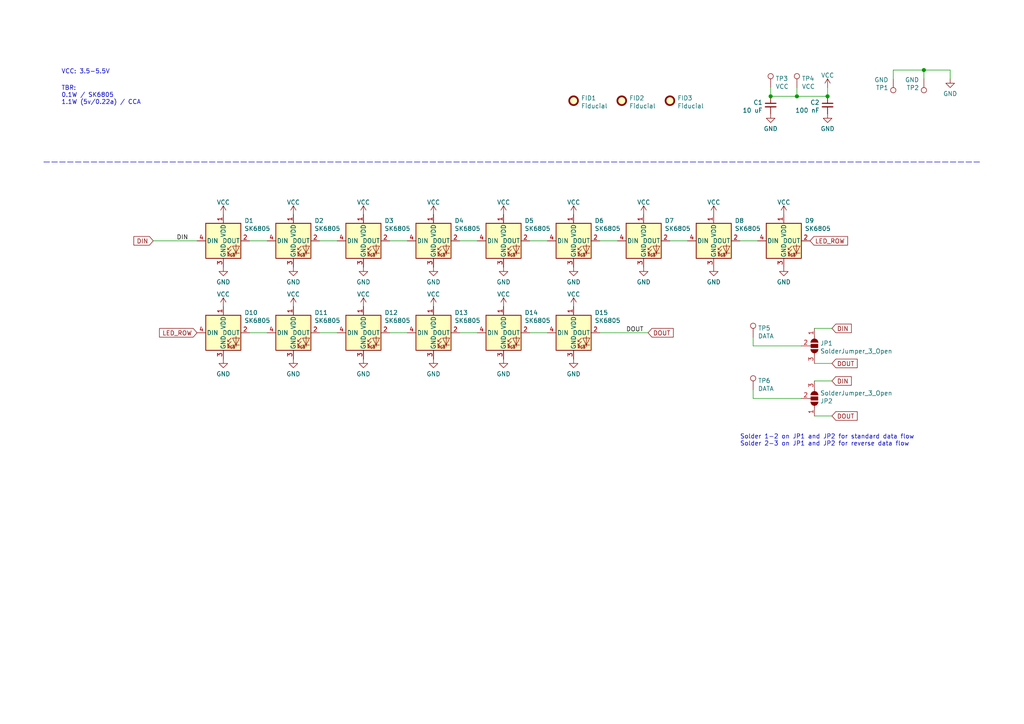
<source format=kicad_sch>
(kicad_sch (version 20210126) (generator eeschema)
  (paper "A4")
  (title_block (title "Scale CCA") (date "2021-08-15") (rev "v1r0"))
  (lib_symbols
    (symbol "Connector:TestPoint" (pin_numbers hide) (pin_names (offset 0.762) hide)
      (property "Reference" "TP" (at 0 6.858 0))
      (property "Value" "TestPoint" (at 0 5.08 0))
      (symbol "TestPoint_0_1"
        (circle (center 0 3.302) (radius 0.762))
      )
      (symbol "TestPoint_1_1"
        (pin passive line (at 0 0 90) (length 2.54) (name "1") (number "1"))
      )
    )
    (symbol "Device:C_Small" (pin_numbers hide) (pin_names (offset 0.254) hide)
      (property "Reference" "C" (at 0.254 1.778 0))
      (property "Value" "C_Small" (at 0.254 -2.032 0))
      (symbol "C_Small_0_1"
        (polyline (pts (xy -1.524 -0.508) (xy 1.524 -0.508)) (stroke (width 0.3302)))
        (polyline (pts (xy -1.524 0.508) (xy 1.524 0.508)) (stroke (width 0.3048)))
      )
      (symbol "C_Small_1_1"
        (pin passive line (at 0 2.54 270) (length 2.032) (name "~") (number "1"))
        (pin passive line (at 0 -2.54 90) (length 2.032) (name "~") (number "2"))
      )
    )
    (symbol "Jumper:SolderJumper_3_Open" (pin_names (offset 0) hide)
      (property "Reference" "JP" (at -2.54 -2.54 0))
      (property "Value" "SolderJumper_3_Open" (at 0 2.794 0))
      (symbol "SolderJumper_3_Open_0_1"
        (arc (start -1.016 1.016) (end -1.016 -1.016) (radius (at -1.016 0) (length 1.016) (angles 90.1 -90.1)))
        (arc (start 1.016 -1.016) (end 1.016 1.016) (radius (at 1.016 0) (length 1.016) (angles -89.9 89.9)))
        (arc (start -1.016 1.016) (end -1.016 -1.016) (radius (at -1.016 0) (length 1.016) (angles 90.1 -90.1)) (fill (type outline)))
        (arc (start 1.016 -1.016) (end 1.016 1.016) (radius (at 1.016 0) (length 1.016) (angles -89.9 89.9)) (fill (type outline)))
        (rectangle (start -0.508 1.016) (end 0.508 -1.016) (fill (type outline)))
        (polyline (pts (xy -2.54 0) (xy -2.032 0)))
        (polyline (pts (xy -1.016 1.016) (xy -1.016 -1.016)))
        (polyline (pts (xy 0 -1.27) (xy 0 -1.016)))
        (polyline (pts (xy 1.016 1.016) (xy 1.016 -1.016)))
        (polyline (pts (xy 2.54 0) (xy 2.032 0)))
      )
      (symbol "SolderJumper_3_Open_1_1"
        (pin passive line (at -5.08 0 0) (length 2.54) (name "A") (number "1"))
        (pin input line (at 0 -3.81 90) (length 2.54) (name "C") (number "2"))
        (pin passive line (at 5.08 0 180) (length 2.54) (name "B") (number "3"))
      )
    )
    (symbol "Mechanical:Fiducial"
      (property "Reference" "FID" (at 0 5.08 0))
      (property "Value" "Fiducial" (at 0 3.175 0))
      (symbol "Fiducial_0_1"
        (circle (center 0 0) (radius 1.27) (stroke (width 0.508)) (fill (type background)))
      )
    )
    (symbol "SK6805_2020:SK6805" (pin_names (offset 0.254))
      (property "Reference" "D" (at 7.62 6.35 0))
      (property "Value" "SK6805" (at 6.35 5.08 0))
      (symbol "SK6805_0_0"
        (text "RGB" (at 2.286 -4.191 0) (effects (font (size 0.762 0.762))))
      )
      (symbol "SK6805_0_1"
        (rectangle (start 5.08 5.08) (end -5.08 -5.08) (stroke (width 0.254)) (fill (type background)))
        (polyline (pts (xy 1.27 -3.556) (xy 1.778 -3.556)))
        (polyline (pts (xy 1.27 -2.54) (xy 1.778 -2.54)))
        (polyline (pts (xy 4.699 -3.556) (xy 2.667 -3.556)))
        (polyline (pts (xy 2.286 -2.54) (xy 1.27 -3.556) (xy 1.27 -3.048)))
        (polyline (pts (xy 2.286 -1.524) (xy 1.27 -2.54) (xy 1.27 -2.032)))
        (polyline (pts (xy 3.683 -1.016) (xy 3.683 -3.556) (xy 3.683 -4.064)))
        (polyline (pts (xy 4.699 -1.524) (xy 2.667 -1.524) (xy 3.683 -3.556) (xy 4.699 -1.524)))
      )
      (symbol "SK6805_1_1"
        (pin power_in line (at 0 7.62 270) (length 2.54) (name "VDD") (number "1"))
        (pin output line (at 7.62 0 180) (length 2.54) (name "DOUT") (number "2"))
        (pin power_in line (at 0 -7.62 90) (length 2.54) (name "GND") (number "3"))
        (pin input line (at -7.62 0 0) (length 2.54) (name "DIN") (number "4"))
      )
    )
    (symbol "power:GND" (power) (pin_names (offset 0))
      (property "Value" "GND" (at 0 -3.81 0))
      (symbol "GND_0_1"
        (polyline (pts (xy 0 0) (xy 0 -1.27) (xy 1.27 -1.27) (xy 0 -2.54) (xy -1.27 -1.27) (xy 0 -1.27)))
      )
      (symbol "GND_1_1"
        (pin power_in line (at 0 0 270) (length 0) hide (name "GND") (number "1"))
      )
    )
    (symbol "power:VCC" (power) (pin_names (offset 0))
      (property "Value" "VCC" (at 0 3.81 0))
      (symbol "VCC_0_1"
        (polyline (pts (xy -0.762 1.27) (xy 0 2.54)))
        (polyline (pts (xy 0 0) (xy 0 2.54)))
        (polyline (pts (xy 0 2.54) (xy 0.762 1.27)))
      )
      (symbol "VCC_1_1"
        (pin power_in line (at 0 0 90) (length 0) hide (name "VCC") (number "1"))
      )
    )
  )
  (junction (at 223.52 27.94) (diameter 1.016))
  (junction (at 231.14 27.94) (diameter 1.016))
  (junction (at 240.03 27.94) (diameter 1.016))
  (junction (at 267.97 20.32) (diameter 1.016))
  (wire (pts (xy 57.15 69.85) (xy 44.45 69.85)))
  (wire (pts (xy 72.39 69.85) (xy 77.47 69.85)))
  (wire (pts (xy 72.39 96.52) (xy 77.47 96.52)))
  (wire (pts (xy 92.71 69.85) (xy 97.79 69.85)))
  (wire (pts (xy 92.71 96.52) (xy 97.79 96.52)))
  (wire (pts (xy 113.03 69.85) (xy 118.11 69.85)))
  (wire (pts (xy 113.03 96.52) (xy 118.11 96.52)))
  (wire (pts (xy 133.35 69.85) (xy 138.43 69.85)))
  (wire (pts (xy 133.35 96.52) (xy 138.43 96.52)))
  (wire (pts (xy 153.67 69.85) (xy 158.75 69.85)))
  (wire (pts (xy 153.67 96.52) (xy 158.75 96.52)))
  (wire (pts (xy 173.99 69.85) (xy 179.07 69.85)))
  (wire (pts (xy 187.96 96.52) (xy 173.99 96.52)))
  (wire (pts (xy 194.31 69.85) (xy 199.39 69.85)))
  (wire (pts (xy 214.63 69.85) (xy 219.71 69.85)))
  (wire (pts (xy 218.44 97.79) (xy 218.44 100.33)))
  (wire (pts (xy 218.44 100.33) (xy 232.41 100.33)))
  (wire (pts (xy 218.44 113.03) (xy 218.44 115.57)))
  (wire (pts (xy 218.44 115.57) (xy 232.41 115.57)))
  (wire (pts (xy 223.52 25.4) (xy 223.52 27.94)))
  (wire (pts (xy 223.52 27.94) (xy 231.14 27.94)))
  (wire (pts (xy 231.14 25.4) (xy 231.14 27.94)))
  (wire (pts (xy 231.14 27.94) (xy 240.03 27.94)))
  (wire (pts (xy 236.22 95.25) (xy 241.3 95.25)))
  (wire (pts (xy 236.22 105.41) (xy 241.3 105.41)))
  (wire (pts (xy 236.22 110.49) (xy 241.3 110.49)))
  (wire (pts (xy 236.22 120.65) (xy 241.3 120.65)))
  (wire (pts (xy 240.03 27.94) (xy 240.03 25.4)))
  (wire (pts (xy 259.08 20.32) (xy 267.97 20.32)))
  (wire (pts (xy 259.08 22.86) (xy 259.08 20.32)))
  (wire (pts (xy 267.97 20.32) (xy 267.97 22.86)))
  (wire (pts (xy 267.97 20.32) (xy 275.59 20.32)))
  (wire (pts (xy 275.59 20.32) (xy 275.59 22.86)))
  (polyline (pts (xy 12.7 46.99) (xy 284.48 46.99)) (stroke (width 0) (type dash)))
  (text "VCC: 3.5-5.5V" (at 17.78 21.59 0) (effects (font (size 1.27 1.27)) (justify left bottom)))
  (text "TBR:\n0.1W / SK6805\n1.1W (5v/0.22a) / CCA" (at 17.78 30.48 0) (effects (font (size 1.27 1.27)) (justify left bottom)))
  (text "Solder 1-2 on JP1 and JP2 for standard data flow\nSolder 2-3 on JP1 and JP2 for reverse data flow" (at 214.63 129.54 0) (effects (font (size 1.27 1.27)) (justify left bottom)))
  (label "DIN" (at 54.61 69.85 180))
  (label "DOUT" (at 186.69 96.52 180))
  (global_label "DIN" (shape input) (at 44.45 69.85 180) (property "Intersheet References" "${INTERSHEET_REFS}" (effects hide)))
  (global_label "LED_ROW" (shape input) (at 57.15 96.52 180) (property "Intersheet References" "${INTERSHEET_REFS}" (effects hide)))
  (global_label "DOUT" (shape input) (at 187.96 96.52 0) (property "Intersheet References" "${INTERSHEET_REFS}" (effects hide)))
  (global_label "LED_ROW" (shape input) (at 234.95 69.85 0) (property "Intersheet References" "${INTERSHEET_REFS}" (effects hide)))
  (global_label "DIN" (shape input) (at 241.3 95.25 0) (property "Intersheet References" "${INTERSHEET_REFS}" (effects hide)))
  (global_label "DOUT" (shape input) (at 241.3 105.41 0) (property "Intersheet References" "${INTERSHEET_REFS}" (effects hide)))
  (global_label "DIN" (shape input) (at 241.3 110.49 0) (property "Intersheet References" "${INTERSHEET_REFS}" (effects hide)))
  (global_label "DOUT" (shape input) (at 241.3 120.65 0) (property "Intersheet References" "${INTERSHEET_REFS}" (effects hide)))
  (symbol (lib_id "power:VCC") (at 64.77 62.23 0) (unit 1)
    (property "Reference" "#PWR04" (effects hide))
    (property "Value" "VCC" (at 64.77 58.6826 0))
  )
  (symbol (lib_id "power:VCC") (at 64.77 88.9 0) (unit 1)
    (property "Reference" "#PWR022" (effects hide))
    (property "Value" "VCC" (at 64.77 85.3526 0))
  )
  (symbol (lib_id "power:VCC") (at 85.09 62.23 0) (unit 1)
    (property "Reference" "#PWR05" (effects hide))
    (property "Value" "VCC" (at 85.09 58.6826 0))
  )
  (symbol (lib_id "power:VCC") (at 85.09 88.9 0) (unit 1)
    (property "Reference" "#PWR023" (effects hide))
    (property "Value" "VCC" (at 85.09 85.3526 0))
  )
  (symbol (lib_id "power:VCC") (at 105.41 62.23 0) (unit 1)
    (property "Reference" "#PWR06" (effects hide))
    (property "Value" "VCC" (at 105.41 58.6826 0))
  )
  (symbol (lib_id "power:VCC") (at 105.41 88.9 0) (unit 1)
    (property "Reference" "#PWR024" (effects hide))
    (property "Value" "VCC" (at 105.41 85.3526 0))
  )
  (symbol (lib_id "power:VCC") (at 125.73 62.23 0) (unit 1)
    (property "Reference" "#PWR07" (effects hide))
    (property "Value" "VCC" (at 125.73 58.6826 0))
  )
  (symbol (lib_id "power:VCC") (at 125.73 88.9 0) (unit 1)
    (property "Reference" "#PWR025" (effects hide))
    (property "Value" "VCC" (at 125.73 85.3526 0))
  )
  (symbol (lib_id "power:VCC") (at 146.05 62.23 0) (unit 1)
    (property "Reference" "#PWR08" (effects hide))
    (property "Value" "VCC" (at 146.05 58.6826 0))
  )
  (symbol (lib_id "power:VCC") (at 146.05 88.9 0) (unit 1)
    (property "Reference" "#PWR026" (effects hide))
    (property "Value" "VCC" (at 146.05 85.3526 0))
  )
  (symbol (lib_id "power:VCC") (at 166.37 62.23 0) (unit 1)
    (property "Reference" "#PWR09" (effects hide))
    (property "Value" "VCC" (at 166.37 58.6826 0))
  )
  (symbol (lib_id "power:VCC") (at 166.37 88.9 0) (unit 1)
    (property "Reference" "#PWR027" (effects hide))
    (property "Value" "VCC" (at 166.37 85.3526 0))
  )
  (symbol (lib_id "power:VCC") (at 186.69 62.23 0) (unit 1)
    (property "Reference" "#PWR010" (effects hide))
    (property "Value" "VCC" (at 186.69 58.6826 0))
  )
  (symbol (lib_id "power:VCC") (at 207.01 62.23 0) (unit 1)
    (property "Reference" "#PWR011" (effects hide))
    (property "Value" "VCC" (at 207.01 58.6826 0))
  )
  (symbol (lib_id "power:VCC") (at 227.33 62.23 0) (unit 1)
    (property "Reference" "#PWR012" (effects hide))
    (property "Value" "VCC" (at 227.33 58.6826 0))
  )
  (symbol (lib_id "power:VCC") (at 240.03 25.4 0) (unit 1)
    (property "Reference" "#PWR02" (effects hide))
    (property "Value" "VCC" (at 240.03 21.8526 0))
  )
  (symbol (lib_id "Connector:TestPoint") (at 218.44 97.79 0) (unit 1)
    (property "Reference" "TP5" (at 219.8371 95.1876 0) (effects (justify left)))
    (property "Value" "DATA" (at 219.8371 97.4863 0) (effects (justify left)))
    (property "Footprint" "SMT_24AWG_Pad:SMT_24AWG_Pad" (effects hide))
  )
  (symbol (lib_id "Connector:TestPoint") (at 218.44 113.03 0) (unit 1)
    (property "Reference" "TP6" (at 219.8371 110.4276 0) (effects (justify left)))
    (property "Value" "DATA" (at 219.8371 112.7263 0) (effects (justify left)))
    (property "Footprint" "SMT_24AWG_Pad:SMT_24AWG_Pad" (effects hide))
  )
  (symbol (lib_id "Connector:TestPoint") (at 223.52 25.4 0) (unit 1)
    (property "Reference" "TP3" (at 224.9171 22.7976 0) (effects (justify left)))
    (property "Value" "VCC" (at 224.9171 25.0963 0) (effects (justify left)))
    (property "Footprint" "SMT_24AWG_Pad:SMT_24AWG_Pad" (effects hide))
  )
  (symbol (lib_id "Connector:TestPoint") (at 231.14 25.4 0) (unit 1)
    (property "Reference" "TP4" (at 232.5371 22.7976 0) (effects (justify left)))
    (property "Value" "VCC" (at 232.5371 25.0963 0) (effects (justify left)))
    (property "Footprint" "SMT_24AWG_Pad:SMT_24AWG_Pad" (effects hide))
  )
  (symbol (lib_id "Connector:TestPoint") (at 259.08 22.86 180) (unit 1)
    (property "Reference" "TP1" (at 257.6829 25.4624 0) (effects (justify left)))
    (property "Value" "GND" (at 257.6829 23.1637 0) (effects (justify left)))
    (property "Footprint" "SMT_24AWG_Pad:SMT_24AWG_Pad" (effects hide))
  )
  (symbol (lib_id "Connector:TestPoint") (at 267.97 22.86 180) (unit 1)
    (property "Reference" "TP2" (at 266.5729 25.4624 0) (effects (justify left)))
    (property "Value" "GND" (at 266.5729 23.1637 0) (effects (justify left)))
    (property "Footprint" "SMT_24AWG_Pad:SMT_24AWG_Pad" (effects hide))
  )
  (symbol (lib_id "power:GND") (at 64.77 77.47 0) (unit 1)
    (property "Reference" "#PWR013" (effects hide))
    (property "Value" "GND" (at 64.77 81.7944 0))
  )
  (symbol (lib_id "power:GND") (at 64.77 104.14 0) (unit 1)
    (property "Reference" "#PWR028" (effects hide))
    (property "Value" "GND" (at 64.77 108.4644 0))
  )
  (symbol (lib_id "power:GND") (at 85.09 77.47 0) (unit 1)
    (property "Reference" "#PWR014" (effects hide))
    (property "Value" "GND" (at 85.09 81.7944 0))
  )
  (symbol (lib_id "power:GND") (at 85.09 104.14 0) (unit 1)
    (property "Reference" "#PWR029" (effects hide))
    (property "Value" "GND" (at 85.09 108.4644 0))
  )
  (symbol (lib_id "power:GND") (at 105.41 77.47 0) (unit 1)
    (property "Reference" "#PWR015" (effects hide))
    (property "Value" "GND" (at 105.41 81.7944 0))
  )
  (symbol (lib_id "power:GND") (at 105.41 104.14 0) (unit 1)
    (property "Reference" "#PWR030" (effects hide))
    (property "Value" "GND" (at 105.41 108.4644 0))
  )
  (symbol (lib_id "power:GND") (at 125.73 77.47 0) (unit 1)
    (property "Reference" "#PWR016" (effects hide))
    (property "Value" "GND" (at 125.73 81.7944 0))
  )
  (symbol (lib_id "power:GND") (at 125.73 104.14 0) (unit 1)
    (property "Reference" "#PWR031" (effects hide))
    (property "Value" "GND" (at 125.73 108.4644 0))
  )
  (symbol (lib_id "power:GND") (at 146.05 77.47 0) (unit 1)
    (property "Reference" "#PWR017" (effects hide))
    (property "Value" "GND" (at 146.05 81.7944 0))
  )
  (symbol (lib_id "power:GND") (at 146.05 104.14 0) (unit 1)
    (property "Reference" "#PWR032" (effects hide))
    (property "Value" "GND" (at 146.05 108.4644 0))
  )
  (symbol (lib_id "power:GND") (at 166.37 77.47 0) (unit 1)
    (property "Reference" "#PWR018" (effects hide))
    (property "Value" "GND" (at 166.37 81.7944 0))
  )
  (symbol (lib_id "power:GND") (at 166.37 104.14 0) (unit 1)
    (property "Reference" "#PWR033" (effects hide))
    (property "Value" "GND" (at 166.37 108.4644 0))
  )
  (symbol (lib_id "power:GND") (at 186.69 77.47 0) (unit 1)
    (property "Reference" "#PWR019" (effects hide))
    (property "Value" "GND" (at 186.69 81.7944 0))
  )
  (symbol (lib_id "power:GND") (at 207.01 77.47 0) (unit 1)
    (property "Reference" "#PWR020" (effects hide))
    (property "Value" "GND" (at 207.01 81.7944 0))
  )
  (symbol (lib_id "power:GND") (at 223.52 33.02 0) (unit 1)
    (property "Reference" "#PWR03" (effects hide))
    (property "Value" "GND" (at 223.52 37.3444 0))
  )
  (symbol (lib_id "power:GND") (at 227.33 77.47 0) (unit 1)
    (property "Reference" "#PWR021" (effects hide))
    (property "Value" "GND" (at 227.33 81.7944 0))
  )
  (symbol (lib_id "power:GND") (at 240.03 33.02 0) (unit 1)
    (property "Reference" "#PWR0101" (effects hide))
    (property "Value" "GND" (at 240.03 37.3444 0))
  )
  (symbol (lib_id "power:GND") (at 275.59 22.86 0) (unit 1)
    (property "Reference" "#PWR01" (effects hide))
    (property "Value" "GND" (at 275.59 27.1844 0))
  )
  (symbol (lib_id "Mechanical:Fiducial") (at 166.37 29.21 0) (unit 1)
    (property "Reference" "FID1" (at 168.5291 28.4491 0) (effects (justify left)))
    (property "Value" "Fiducial" (at 168.5291 30.7478 0) (effects (justify left)))
    (property "Footprint" "Fiducial:Fiducial_0.5mm_Mask1mm" (effects hide))
  )
  (symbol (lib_id "Mechanical:Fiducial") (at 180.34 29.21 0) (unit 1)
    (property "Reference" "FID2" (at 182.4991 28.4491 0) (effects (justify left)))
    (property "Value" "Fiducial" (at 182.4991 30.7478 0) (effects (justify left)))
    (property "Footprint" "Fiducial:Fiducial_0.5mm_Mask1mm" (effects hide))
  )
  (symbol (lib_id "Mechanical:Fiducial") (at 194.31 29.21 0) (unit 1)
    (property "Reference" "FID3" (at 196.4691 28.4491 0) (effects (justify left)))
    (property "Value" "Fiducial" (at 196.4691 30.7478 0) (effects (justify left)))
    (property "Footprint" "Fiducial:Fiducial_0.5mm_Mask1mm" (effects hide))
  )
  (symbol (lib_id "Device:C_Small") (at 223.52 30.48 0) (mirror y) (unit 1)
    (property "Reference" "C1" (at 221.1958 29.7191 0) (effects (justify left)))
    (property "Value" "10 uF" (at 221.1958 32.0178 0) (effects (justify left)))
    (property "Footprint" "Capacitor_SMD:C_0805_2012Metric" (effects hide))
  )
  (symbol (lib_id "Device:C_Small") (at 240.03 30.48 0) (mirror y) (unit 1)
    (property "Reference" "C2" (at 237.7058 29.7191 0) (effects (justify left)))
    (property "Value" "100 nF" (at 237.7058 32.0178 0) (effects (justify left)))
    (property "Footprint" "Capacitor_SMD:C_0805_2012Metric" (effects hide))
  )
  (symbol (lib_id "Jumper:SolderJumper_3_Open") (at 236.22 100.33 270) (unit 1)
    (property "Reference" "JP1" (at 237.8711 99.5691 90) (effects (justify left)))
    (property "Value" "SolderJumper_3_Open" (at 237.8711 101.8678 90) (effects (justify left)))
    (property "Footprint" "Jumper:SolderJumper-3_P1.3mm_Open_RoundedPad1.0x1.5mm" (effects hide))
  )
  (symbol (lib_id "Jumper:SolderJumper_3_Open") (at 236.22 115.57 270) (mirror x) (unit 1)
    (property "Reference" "JP2" (at 237.8711 116.3309 90) (effects (justify left)))
    (property "Value" "SolderJumper_3_Open" (at 237.8711 114.0322 90) (effects (justify left)))
    (property "Footprint" "Jumper:SolderJumper-3_P1.3mm_Open_RoundedPad1.0x1.5mm" (effects hide))
  )
  (symbol (lib_id "SK6805_2020:SK6805") (at 64.77 69.85 0) (unit 1)
    (property "Reference" "D1" (at 70.8661 64.0091 0) (effects (justify left)))
    (property "Value" "SK6805" (at 70.8661 66.3078 0) (effects (justify left)))
    (property "Footprint" "SK6805_2020:LED_SK6805_2.0x2.0mm" (effects hide))
    (property "Datasheet" "https://cdn-shop.adafruit.com/product-files/3484/3484_Datasheet.pdf" (effects hide))
  )
  (symbol (lib_id "SK6805_2020:SK6805") (at 64.77 96.52 0) (unit 1)
    (property "Reference" "D10" (at 70.8661 90.6791 0) (effects (justify left)))
    (property "Value" "SK6805" (at 70.8661 92.9778 0) (effects (justify left)))
    (property "Footprint" "SK6805_2020:LED_SK6805_2.0x2.0mm" (effects hide))
    (property "Datasheet" "https://cdn-shop.adafruit.com/product-files/3484/3484_Datasheet.pdf" (effects hide))
  )
  (symbol (lib_id "SK6805_2020:SK6805") (at 85.09 69.85 0) (unit 1)
    (property "Reference" "D2" (at 91.1861 64.0091 0) (effects (justify left)))
    (property "Value" "SK6805" (at 91.1861 66.3078 0) (effects (justify left)))
    (property "Footprint" "SK6805_2020:LED_SK6805_2.0x2.0mm" (effects hide))
    (property "Datasheet" "https://cdn-shop.adafruit.com/product-files/3484/3484_Datasheet.pdf" (effects hide))
  )
  (symbol (lib_id "SK6805_2020:SK6805") (at 85.09 96.52 0) (unit 1)
    (property "Reference" "D11" (at 91.1861 90.6791 0) (effects (justify left)))
    (property "Value" "SK6805" (at 91.1861 92.9778 0) (effects (justify left)))
    (property "Footprint" "SK6805_2020:LED_SK6805_2.0x2.0mm" (effects hide))
    (property "Datasheet" "https://cdn-shop.adafruit.com/product-files/3484/3484_Datasheet.pdf" (effects hide))
  )
  (symbol (lib_id "SK6805_2020:SK6805") (at 105.41 69.85 0) (unit 1)
    (property "Reference" "D3" (at 111.5061 64.0091 0) (effects (justify left)))
    (property "Value" "SK6805" (at 111.5061 66.3078 0) (effects (justify left)))
    (property "Footprint" "SK6805_2020:LED_SK6805_2.0x2.0mm" (effects hide))
    (property "Datasheet" "https://cdn-shop.adafruit.com/product-files/3484/3484_Datasheet.pdf" (effects hide))
  )
  (symbol (lib_id "SK6805_2020:SK6805") (at 105.41 96.52 0) (unit 1)
    (property "Reference" "D12" (at 111.5061 90.6791 0) (effects (justify left)))
    (property "Value" "SK6805" (at 111.5061 92.9778 0) (effects (justify left)))
    (property "Footprint" "SK6805_2020:LED_SK6805_2.0x2.0mm" (effects hide))
    (property "Datasheet" "https://cdn-shop.adafruit.com/product-files/3484/3484_Datasheet.pdf" (effects hide))
  )
  (symbol (lib_id "SK6805_2020:SK6805") (at 125.73 69.85 0) (unit 1)
    (property "Reference" "D4" (at 131.8261 64.0091 0) (effects (justify left)))
    (property "Value" "SK6805" (at 131.8261 66.3078 0) (effects (justify left)))
    (property "Footprint" "SK6805_2020:LED_SK6805_2.0x2.0mm" (effects hide))
    (property "Datasheet" "https://cdn-shop.adafruit.com/product-files/3484/3484_Datasheet.pdf" (effects hide))
  )
  (symbol (lib_id "SK6805_2020:SK6805") (at 125.73 96.52 0) (unit 1)
    (property "Reference" "D13" (at 131.8261 90.6791 0) (effects (justify left)))
    (property "Value" "SK6805" (at 131.8261 92.9778 0) (effects (justify left)))
    (property "Footprint" "SK6805_2020:LED_SK6805_2.0x2.0mm" (effects hide))
    (property "Datasheet" "https://cdn-shop.adafruit.com/product-files/3484/3484_Datasheet.pdf" (effects hide))
  )
  (symbol (lib_id "SK6805_2020:SK6805") (at 146.05 69.85 0) (unit 1)
    (property "Reference" "D5" (at 152.1461 64.0091 0) (effects (justify left)))
    (property "Value" "SK6805" (at 152.1461 66.3078 0) (effects (justify left)))
    (property "Footprint" "SK6805_2020:LED_SK6805_2.0x2.0mm" (effects hide))
    (property "Datasheet" "https://cdn-shop.adafruit.com/product-files/3484/3484_Datasheet.pdf" (effects hide))
  )
  (symbol (lib_id "SK6805_2020:SK6805") (at 146.05 96.52 0) (unit 1)
    (property "Reference" "D14" (at 152.1461 90.6791 0) (effects (justify left)))
    (property "Value" "SK6805" (at 152.1461 92.9778 0) (effects (justify left)))
    (property "Footprint" "SK6805_2020:LED_SK6805_2.0x2.0mm" (effects hide))
    (property "Datasheet" "https://cdn-shop.adafruit.com/product-files/3484/3484_Datasheet.pdf" (effects hide))
  )
  (symbol (lib_id "SK6805_2020:SK6805") (at 166.37 69.85 0) (unit 1)
    (property "Reference" "D6" (at 172.4661 64.0091 0) (effects (justify left)))
    (property "Value" "SK6805" (at 172.4661 66.3078 0) (effects (justify left)))
    (property "Footprint" "SK6805_2020:LED_SK6805_2.0x2.0mm" (effects hide))
    (property "Datasheet" "https://cdn-shop.adafruit.com/product-files/3484/3484_Datasheet.pdf" (effects hide))
  )
  (symbol (lib_id "SK6805_2020:SK6805") (at 166.37 96.52 0) (unit 1)
    (property "Reference" "D15" (at 172.4661 90.6791 0) (effects (justify left)))
    (property "Value" "SK6805" (at 172.4661 92.9778 0) (effects (justify left)))
    (property "Footprint" "SK6805_2020:LED_SK6805_2.0x2.0mm" (effects hide))
    (property "Datasheet" "https://cdn-shop.adafruit.com/product-files/3484/3484_Datasheet.pdf" (effects hide))
  )
  (symbol (lib_id "SK6805_2020:SK6805") (at 186.69 69.85 0) (unit 1)
    (property "Reference" "D7" (at 192.7861 64.0091 0) (effects (justify left)))
    (property "Value" "SK6805" (at 192.7861 66.3078 0) (effects (justify left)))
    (property "Footprint" "SK6805_2020:LED_SK6805_2.0x2.0mm" (effects hide))
    (property "Datasheet" "https://cdn-shop.adafruit.com/product-files/3484/3484_Datasheet.pdf" (effects hide))
  )
  (symbol (lib_id "SK6805_2020:SK6805") (at 207.01 69.85 0) (unit 1)
    (property "Reference" "D8" (at 213.1061 64.0091 0) (effects (justify left)))
    (property "Value" "SK6805" (at 213.1061 66.3078 0) (effects (justify left)))
    (property "Footprint" "SK6805_2020:LED_SK6805_2.0x2.0mm" (effects hide))
    (property "Datasheet" "https://cdn-shop.adafruit.com/product-files/3484/3484_Datasheet.pdf" (effects hide))
  )
  (symbol (lib_id "SK6805_2020:SK6805") (at 227.33 69.85 0) (unit 1)
    (property "Reference" "D9" (at 233.4261 64.0091 0) (effects (justify left)))
    (property "Value" "SK6805" (at 233.4261 66.3078 0) (effects (justify left)))
    (property "Footprint" "SK6805_2020:LED_SK6805_2.0x2.0mm" (effects hide))
    (property "Datasheet" "https://cdn-shop.adafruit.com/product-files/3484/3484_Datasheet.pdf" (effects hide))
  )
)
</source>
